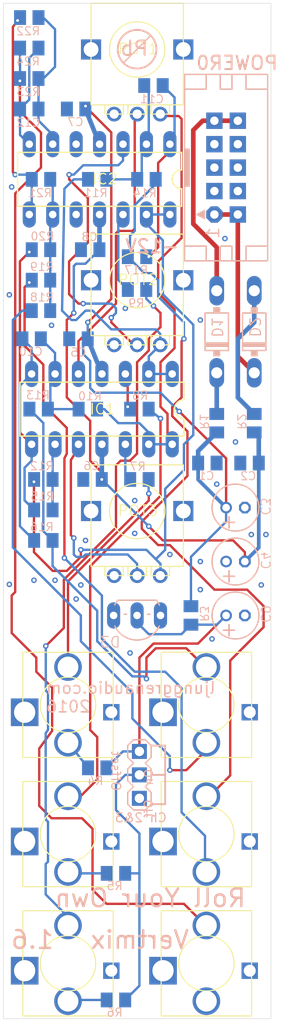
<source format=kicad_pcb>
(kicad_pcb (version 20240108) (generator "pcbnew") (generator_version "8.0")
  (layers (0 "F.Cu" signal) (31 "B.Cu" signal) (34 "B.Paste" user) (35 "F.Paste" user) (36 "B.SilkS" user "B.Silkscreen") (37 "F.SilkS" user "F.Silkscreen") (38 "B.Mask" user) (39 "F.Mask" user) (44 "Edge.Cuts" user))
  (net 0 "")
  (net 1 "N$1")
  (net 2 "N$2")
  (net 3 "+12V")
  (net 4 "-12V")
  (net 5 "0V")
  (net 6 "N$7")
  (net 7 "N$12")
  (net 8 "N$13")
  (net 9 "N$14")
  (net 10 "N$15")
  (net 11 "N$16")
  (net 12 "N$17")
  (net 13 "N$18")
  (net 14 "N$21")
  (net 15 "N$22")
  (net 16 "N$25")
  (net 17 "N$26")
  (net 18 "N$27")
  (net 19 "N$28")
  (net 20 "N$3")
  (net 21 "N$4")
  (net 22 "N$23")
  (net 23 "N$29")
  (net 24 "N$5")
  (net 25 "N$6")
  (net 26 "N$30")
  (net 27 "N$31")
  (net 28 "N$32")
  (net 29 "N$33")
  (net 30 "N$8")
  (net 31 "N$19")
  (net 32 "N$9")
  (net 33 "N$10")
  (net 34 "N$11")
  (net 35 "N$20")
  (net 36 "N$24")
  (net 37 "N$34")
  (net 38 "N$35")
  (net 39 "N$36")
  (footprint "3ch mix 1.6:ERTHENVAR" (layer "F.Cu") (at 156.0011 140.0036)
    (property "Reference" "OUT2" (hide yes))
    (property "Value" "ERTHENVAR_3.5MM_JACKHOLES" (hide yes))
  )
  (footprint "" (layer "F.Cu") (at 159.6631 53.0696)
    (property "Reference" "@HOLE2" (hide yes))
    (property "Value" "")
  )
  (footprint "3ch mix 1.6:POT-ALPHA9" (layer "F.Cu") (at 148.5011 55.0036)
    (property "Reference" "POT1")
    (property "Value" "22K")
  )
  (footprint "3ch mix 1.6:DIL14" (layer "F.Cu") (at 144.4231 69.0716 180)
    (property "Reference" "IC2")
    (property "Value" "TL084")
  )
  (footprint "3ch mix 1.6:ERTHENVAR" (layer "F.Cu") (at 156.0011 154.0036)
    (property "Reference" "OUT3" (hide yes))
    (property "Value" "ERTHENVAR_3.5MM_JACKHOLES" (hide yes))
  )
  (footprint "" (layer "F.Cu") (at 137.5651 116.5696)
    (property "Reference" "@HOLE3" (hide yes))
    (property "Value" "")
  )
  (footprint "3ch mix 1.6:POT-ALPHA9" (layer "F.Cu") (at 148.5011 105.0036)
    (property "Reference" "POT3")
    (property "Value" "22K")
  )
  (footprint "3ch mix 1.6:ERTHENVAR" (layer "F.Cu") (at 156.0011 126.0036)
    (property "Reference" "OUT1" (hide yes))
    (property "Value" "ERTHENVAR_3.5MM_JACKHOLES" (hide yes))
  )
  (footprint "3ch mix 1.6:POT-ALPHA9" (layer "F.Cu") (at 148.5011 80.0036)
    (property "Reference" "POT2")
    (property "Value" "22K")
  )
  (footprint "3ch mix 1.6:DIL14" (layer "F.Cu") (at 144.6771 93.9636 180)
    (property "Reference" "IC1")
    (property "Value" "TL084")
  )
  (footprint "" (layer "F.Cu") (at 156.0436 154.0346)
    (property "Reference" "@HOLE0" (hide yes))
    (property "Value" "")
  )
  (footprint "3ch mix 1.6:ERTHENVAR" (layer "F.Cu") (at 141.0011 140.0036)
    (property "Reference" "IN2" (hide yes))
    (property "Value" "ERTHENVAR_3.5MM_JACKHOLES" (hide yes))
  )
  (footprint "" (layer "F.Cu") (at 140.9941 154.0346)
    (property "Reference" "@HOLE1" (hide yes))
    (property "Value" "")
  )
  (footprint "3ch mix 1.6:ERTHENVAR" (layer "F.Cu") (at 141.0011 126.0036)
    (property "Reference" "IN1" (hide yes))
    (property "Value" "ERTHENVAR_3.5MM_JACKHOLES" (hide yes))
  )
  (footprint "3ch mix 1.6:ERTHENVAR" (layer "F.Cu") (at 141.0011 154.0036)
    (property "Reference" "IN3" (hide yes))
    (property "Value" "ERTHENVAR_3.5MM_JACKHOLES" (hide yes))
  )
  (footprint "3ch mix 1.6:C0805K" (layer "B.Cu") (at 149.5031 69.0716)
    (property "Reference" "R14")
    (property "Value" "22K")
  )
  (footprint "3ch mix 1.6:C0805K" (layer "B.Cu") (at 138.0731 76.6916)
    (property "Reference" "R20")
    (property "Value" "22K")
  )
  (footprint "3ch mix 1.6:C0805K" (layer "B.Cu") (at 138.0731 69.0716 180)
    (property "Reference" "R21")
    (property "Value" "22K")
  )
  (footprint "3ch mix 1.6:C0805K" (layer "B.Cu") (at 138.0731 79.9936)
    (property "Reference" "R19")
    (property "Value" "22K")
  )
  (footprint "3ch mix 1.6:C0805K" (layer "B.Cu") (at 146.2011 144.2556 180)
    (property "Reference" "R5")
    (property "Value" "22K")
  )
  (footprint "3ch mix 1.6:DO41-7" (layer "B.Cu") (at 161.1871 85.5816 90)
    (property "Reference" "D2")
    (property "Value" "1N5818")
  )
  (footprint "3ch mix 1.6:E2-5" (layer "B.Cu") (at 159.1551 116.3156)
    (property "Reference" "C9")
    (property "Value" "10uF")
  )
  (footprint "3ch mix 1.6:C0805K" (layer "B.Cu") (at 148.4871 81.0096 180)
    (property "Reference" "R9")
    (property "Value" "22K")
  )
  (footprint "3ch mix 1.6:C0805K" (layer "B.Cu") (at 136.8031 58.1496 180)
    (property "Reference" "R23")
    (property "Value" "22K")
  )
  (footprint "3ch mix 1.6:C0805K" (layer "B.Cu") (at 138.3271 104.8856 180)
    (property "Reference" "R15")
    (property "Value" "22K")
  )
  (footprint "3ch mix 1.6:C0805K" (layer "B.Cu") (at 141.8831 61.4516 180)
    (property "Reference" "C7")
    (property "Value" "100nF")
  )
  (footprint "3ch mix 1.6:C0805K" (layer "B.Cu") (at 138.3271 101.5836)
    (property "Reference" "R12")
    (property "Value" "22K")
  )
  (footprint "3ch mix 1.6:C0805K" (layer "B.Cu") (at 157.1231 95.4876 -90)
    (property "Reference" "R1")
    (property "Value" "10R")
  )
  (footprint "3ch mix 1.6:C0805K" (layer "B.Cu") (at 156.1071 99.8056)
    (property "Reference" "C1")
    (property "Value" "100nF")
  )
  (footprint "3ch mix 1.6:C0805K" (layer "B.Cu") (at 161.1871 95.4876 -90)
    (property "Reference" "R2")
    (property "Value" "10R")
  )
  (footprint "3ch mix 1.6:C0805K" (layer "B.Cu") (at 137.8191 93.9636 180)
    (property "Reference" "R13")
    (property "Value" "22K")
  )
  (footprint "3ch mix 1.6:C0805K" (layer "B.Cu") (at 144.1691 132.8256 180)
    (property "Reference" "R4")
    (property "Value" "22K")
  )
  (footprint "3ch mix 1.6:C0805K" (layer "B.Cu") (at 138.3271 108.1876)
    (property "Reference" "R16")
    (property "Value" "330R")
  )
  (footprint "3ch mix 1.6:C0805K" (layer "B.Cu") (at 142.1371 86.3436 180)
    (property "Reference" "C5")
    (property "Value" "100nF")
  )
  (footprint "3ch mix 1.6:C0805K" (layer "B.Cu") (at 148.4871 77.4536 180)
    (property "Reference" "R17")
    (property "Value" "330R")
  )
  (footprint "3ch mix 1.6:C0805K" (layer "B.Cu") (at 160.6791 99.8056)
    (property "Reference" "C2")
    (property "Value" "100nF")
  )
  (footprint "3ch mix 1.6:C0805K" (layer "B.Cu") (at 136.8031 61.4516 180)
    (property "Reference" "C12")
    (property "Value" "68pF")
  )
  (footprint "3ch mix 1.6:E2-5" (layer "B.Cu") (at 159.1551 110.4736)
    (property "Reference" "C4")
    (property "Value" "10uF")
  )
  (footprint "3ch mix 1.6:C0805K" (layer "B.Cu") (at 154.3291 116.3156 90)
    (property "Reference" "R3")
    (property "Value" "10K")
  )
  (footprint "3ch mix 1.6:C0805K" (layer "B.Cu") (at 150.2651 58.9116 180)
    (property "Reference" "C11")
    (property "Value" "68pF")
  )
  (footprint "3ch mix 1.6:E2-5" (layer "B.Cu") (at 159.1551 104.6316)
    (property "Reference" "C3")
    (property "Value" "10uF")
  )
  (footprint "3ch mix 1.6:C0805K" (layer "B.Cu") (at 138.0731 83.2956)
    (property "Reference" "R18")
    (property "Value" "22K")
  )
  (footprint "3ch mix 1.6:C0805K" (layer "B.Cu") (at 137.0571 86.3436)
    (property "Reference" "C10")
    (property "Value" "68pF")
  )
  (footprint "3ch mix 1.6:C0805K" (layer "B.Cu") (at 136.8031 51.5456)
    (property "Reference" "R22")
    (property "Value" "22K")
  )
  (footprint "3ch mix 1.6:C0805K" (layer "B.Cu") (at 143.6611 101.5836)
    (property "Reference" "C6")
    (property "Value" "100nF")
  )
  (footprint "3ch mix 1.6:C0805K" (layer "B.Cu") (at 148.7411 101.5836 180)
    (property "Reference" "R7")
    (property "Value" "22K")
  )
  (footprint "3ch mix 1.6:C0805K" (layer "B.Cu") (at 144.1691 69.0716)
    (property "Reference" "R11")
    (property "Value" "22K")
  )
  (footprint "3ch mix 1.6:C0805K" (layer "B.Cu") (at 148.7411 93.9636 180)
    (property "Reference" "R8")
    (property "Value" "22K")
  )
  (footprint "3ch mix 1.6:C0805K" (layer "B.Cu") (at 143.1531 93.9636 180)
    (property "Reference" "R10")
    (property "Value" "22K")
  )
  (footprint "3ch mix 1.6:C0805K" (layer "B.Cu") (at 146.2011 157.9716 180)
    (property "Reference" "R6")
    (property "Value" "22K")
  )
  (footprint "3ch mix 1.6:CON10L" (layer "B.Cu") (at 158.1391 67.8016 -90)
    (property "Reference" "POWER0")
    (property "Value" "")
  )
  (footprint "3ch mix 1.6:MA03-1" (layer "B.Cu") (at 148.7411 133.5876 90)
    (property "Reference" "JP1" (hide yes))
    (property "Value" "")
  )
  (footprint "3ch mix 1.6:DO41-7" (layer "B.Cu") (at 157.1231 85.5816 90)
    (property "Reference" "D1")
    (property "Value" "1N5818")
  )
  (footprint "3ch mix 1.6:C0805K" (layer "B.Cu") (at 136.8031 54.8476 180)
    (property "Reference" "R24")
    (property "Value" "330R")
  )
  (footprint "3ch mix 1.6:TO92-LINE" (layer "B.Cu") (at 148.4871 116.3156)
    (property "Reference" "D3")
    (property "Value" "LM4040 5V")
  )
  (footprint "3ch mix 1.6:C0805K" (layer "B.Cu") (at 143.4071 76.6916)
    (property "Reference" "C8")
    (property "Value" "100nF")
  )
  (gr_line (start 151.5351 130.4126) (end 151.5351 133.5876) (stroke (width 0.2)) (layer "B.SilkS"))
  (gr_line (start 151.5351 133.5876) (end 151.5351 136.7626) (stroke (width 0.2)) (layer "B.SilkS"))
  (gr_line (start 149.9476 53.5141) (end 147.0266 56.4351) (stroke (width 0.15)) (layer "B.SilkS"))
  (gr_circle (center 148.4871 54.9746) (end 150.581637 54.9746) (stroke (width 0.2)) (fill none) (layer "B.SilkS"))
  (gr_line (start 150.0746 130.4126) (end 151.5351 130.4126) (stroke (width 0.2)) (layer "B.SilkS"))
  (gr_line (start 151.5351 136.7626) (end 150.0746 136.7626) (stroke (width 0.2)) (layer "B.SilkS"))
  (gr_line (start 150.0746 133.5876) (end 151.5351 133.5876) (stroke (width 0.2)) (layer "B.SilkS"))
  (gr_line (start 134.0011 160.0036) (end 163.0011 160.0036) (stroke (width 0.05)) (layer "Edge.Cuts"))
  (gr_line (start 163.0011 160.0036) (end 163.0011 50.0036) (stroke (width 0.05)) (layer "Edge.Cuts"))
  (gr_line (start 163.0011 50.0036) (end 134.0011 50.0036) (stroke (width 0.05)) (layer "Edge.Cuts"))
  (gr_line (start 134.0011 50.0036) (end 134.0011 160.0036) (stroke (width 0.05)) (layer "Edge.Cuts"))
  (gr_text "Pb" (at 149.8206 55.8001 0) (layer "B.SilkS") (effects (font (size 1.56464 1.56464) (thickness 0.21336)) (justify left bottom mirror)))
  (gr_text "Vertmix" (at 154.2656 152.5741 0) (layer "B.SilkS") (effects (font (size 1.922272 1.922272) (thickness 0.262128)) (justify left bottom mirror)))
  (gr_text "Offset" (at 145.62122 135.409857 270) (layer "B.SilkS") (effects (font (size 0.968 0.968) (thickness 0.132)) (justify left bottom mirror)))
  (gr_text "1.6" (at 139.5971 152.5741 0) (layer "B.SilkS") (effects (font (size 1.922272 1.922272) (thickness 0.262128)) (justify left bottom mirror)))
  (gr_text "Off" (at 150.2651 136.1911 90) (layer "B.SilkS") (effects (font (size 0.89408 0.89408) (thickness 0.12192)) (justify left bottom mirror)))
  (gr_text "Roll Your Own" (at 160.4251 148.0656 0) (layer "B.SilkS") (effects (font (size 1.922272 1.922272) (thickness 0.262128)) (justify left bottom mirror)))
  (gr_text "Ch 2&3" (at 151.7891 138.7946 0) (layer "B.SilkS") (effects (font (size 0.968 0.968) (thickness 0.132)) (justify left bottom mirror)))
  (gr_text "ljunggrenaudio.com\n2016" (at 138.5176 126.9201 0) (layer "B.SilkS") (effects (font (size 1.251712 1.251712) (thickness 0.170688)) (justify right bottom mirror)))
  (gr_text "On" (at 150.2651 132.8891 90) (layer "B.SilkS") (effects (font (size 0.89408 0.89408) (thickness 0.12192)) (justify left bottom mirror)))
  (gr_text "-12V" (at 153.145662 77.170177 0) (layer "B.SilkS") (effects (font (size 1.441704 1.441704) (thickness 0.234696)) (justify left bottom mirror)))
  (segment (start 156.8691 62.7216) (end 155.5991 62.7216) (width 0.5) (layer "F.Cu") (net 1))
  (segment (start 157.1231 76.4376) (end 157.1231 81.1366) (width 0.5) (layer "F.Cu") (net 1))
  (segment (start 155.5991 62.7216) (end 154.5831 63.7376) (width 0.5) (layer "F.Cu") (net 1))
  (segment (start 154.5831 63.7376) (end 154.5831 73.8976) (width 0.5) (layer "F.Cu") (net 1))
  (segment (start 159.4091 62.7216) (end 156.8691 62.7216) (width 0.5) (layer "F.Cu") (net 1))
  (segment (start 154.5831 73.8976) (end 157.1231 76.4376) (width 0.5) (layer "F.Cu") (net 1))
  (segment (start 156.8691 72.8816) (end 159.4091 72.8816) (width 0.5) (layer "F.Cu") (net 2))
  (segment (start 159.4091 88.2486) (end 161.1871 90.0266) (width 0.5) (layer "F.Cu") (net 2))
  (segment (start 159.4091 72.8816) (end 159.4091 88.2486) (width 0.5) (layer "F.Cu") (net 2))
  (segment (start 143.1531 84.5656) (end 145.6931 82.0256) (width 0.254) (layer "F.Cu") (net 3))
  (segment (start 145.6931 82.0256) (end 145.6931 63.9916) (width 0.254) (layer "F.Cu") (net 3))
  (segment (start 158.1391 104.6316) (end 158.1391 99.2976) (width 0.254) (layer "F.Cu") (net 3))
  (segment (start 145.6931 63.9916) (end 142.8991 61.1976) (width 0.254) (layer "F.Cu") (net 3))
  (segment (start 142.8991 61.1976) (end 142.8991 61.1341) (width 0.254) (layer "F.Cu") (net 3))
  (segment (start 158.1391 99.2976) (end 153.0591 94.2176) (width 0.254) (layer "F.Cu") (net 3))
  (via (at 153.0591 94.2176) (size 0.6048) (drill 0.3) (layers "F.Cu" "B.Cu") (net 3))
  (via (at 142.8991 61.1341) (size 0.6048) (drill 0.3) (layers "F.Cu" "B.Cu") (net 3))
  (via (at 143.1531 84.5656) (size 0.6048) (drill 0.3) (layers "F.Cu" "B.Cu") (net 3))
  (segment (start 157.1231 96.4876) (end 155.1071 98.5036) (width 0.5) (layer "B.Cu") (net 3))
  (segment (start 143.1371 86.3436) (end 143.1371 84.5816) (width 0.254) (layer "B.Cu") (net 3))
  (segment (start 142.8831 61.2136) (end 142.8831 61.4516) (width 0.254) (layer "B.Cu") (net 3))
  (segment (start 155.1071 101.5996) (end 158.1391 104.6316) (width 0.4) (layer "B.Cu") (net 3))
  (segment (start 154.3291 109.9656) (end 158.1391 106.1556) (width 0.254) (layer "B.Cu") (net 3))
  (segment (start 158.1391 106.1556) (end 158.1391 104.6316) (width 0.254) (layer "B.Cu") (net 3))
  (segment (start 143.4071 91.6776) (end 143.4071 88.7566) (width 0.254) (layer "B.Cu") (net 3))
  (segment (start 155.1071 98.5036) (end 155.1071 99.8056) (width 0.5) (layer "B.Cu") (net 3))
  (segment (start 155.1071 99.8056) (end 155.1071 101.5996) (width 0.4) (layer "B.Cu") (net 3))
  (segment (start 153.0591 94.2176) (end 151.0271 92.1856) (width 0.254) (layer "B.Cu") (net 3))
  (segment (start 143.9151 92.1856) (end 143.4071 91.6776) (width 0.254) (layer "B.Cu") (net 3))
  (segment (start 142.8831 61.4516) (end 144.4231 65.2616) (width 0.5) (layer "B.Cu") (net 3))
  (segment (start 151.0271 92.1856) (end 143.9151 92.1856) (width 0.254) (layer "B.Cu") (net 3))
  (segment (start 143.1371 86.3436) (end 144.6771 90.1536) (width 0.5) (layer "B.Cu") (net 3))
  (segment (start 142.8991 61.1341) (end 142.8831 61.2136) (width 0.254) (layer "B.Cu") (net 3))
  (segment (start 154.3291 115.3156) (end 154.3291 109.9656) (width 0.254) (layer "B.Cu") (net 3))
  (segment (start 143.4071 88.7566) (end 142.6451 87.9946) (width 0.254) (layer "B.Cu") (net 3))
  (segment (start 143.1371 84.5816) (end 143.1531 84.5656) (width 0.254) (layer "B.Cu") (net 3))
  (segment (start 142.6451 87.9946) (end 142.6451 86.8356) (width 0.254) (layer "B.Cu") (net 3))
  (segment (start 142.6451 86.8356) (end 143.1371 86.3436) (width 0.254) (layer "B.Cu") (net 3))
  (segment (start 158.9011 108.1876) (end 151.2811 108.1876) (width 0.254) (layer "F.Cu") (net 4))
  (segment (start 140.8671 92.6936) (end 143.4071 95.2336) (width 0.254) (layer "F.Cu") (net 4))
  (segment (start 144.6611 100.8056) (end 144.6611 101.5836) (width 0.254) (layer "F.Cu") (net 4))
  (segment (start 143.4071 99.5516) (end 144.6611 100.8056) (width 0.254) (layer "F.Cu") (net 4))
  (segment (start 143.4071 95.2336) (end 143.4071 99.5516) (width 0.254) (layer "F.Cu") (net 4))
  (segment (start 141.6291 83.5496) (end 140.8671 84.3116) (width 0.254) (layer "F.Cu") (net 4))
  (segment (start 160.1711 109.4576) (end 158.9011 108.1876) (width 0.254) (layer "F.Cu") (net 4))
  (segment (start 151.2811 108.1876) (end 149.7571 106.6636) (width 0.254) (layer "F.Cu") (net 4))
  (segment (start 140.8671 84.3116) (end 140.8671 92.6936) (width 0.254) (layer "F.Cu") (net 4))
  (segment (start 160.1711 110.4736) (end 160.1711 109.4576) (width 0.254) (layer "F.Cu") (net 4))
  (via (at 149.7571 106.6636) (size 0.6048) (drill 0.3) (layers "F.Cu" "B.Cu") (net 4))
  (via (at 144.6611 101.5836) (size 0.6048) (drill 0.3) (layers "F.Cu" "B.Cu") (net 4))
  (via (at 141.6291 83.5496) (size 0.6048) (drill 0.3) (layers "F.Cu" "B.Cu") (net 4))
  (segment (start 144.6611 101.5836) (end 145.0421 101.9646) (width 0.254) (layer "B.Cu") (net 4))
  (segment (start 144.4071 76.6916) (end 142.8831 78.2156) (width 0.254) (layer "B.Cu") (net 4))
  (segment (start 141.8831 78.2156) (end 141.6291 78.4696) (width 0.254) (layer "B.Cu") (net 4))
  (segment (start 149.7571 106.6636) (end 145.0581 101.9646) (width 0.254) (layer "B.Cu") (net 4))
  (segment (start 141.6291 78.4696) (end 141.6291 83.5496) (width 0.254) (layer "B.Cu") (net 4))
  (segment (start 145.0421 101.9646) (end 145.0581 101.9646) (width 0.254) (layer "B.Cu") (net 4))
  (segment (start 161.6791 108.9656) (end 160.1711 110.4736) (width 0.4) (layer "B.Cu") (net 4))
  (segment (start 144.6611 101.5836) (end 144.6771 97.7736) (width 0.5) (layer "B.Cu") (net 4))
  (segment (start 144.6771 101.5836) (end 144.6611 101.5836) (width 0.254) (layer "B.Cu") (net 4))
  (segment (start 145.0581 101.9646) (end 144.6771 101.5836) (width 0.254) (layer "B.Cu") (net 4))
  (segment (start 142.8831 78.2156) (end 141.8831 78.2156) (width 0.254) (layer "B.Cu") (net 4))
  (segment (start 161.1871 96.4876) (end 161.6791 96.9796) (width 0.5) (layer "B.Cu") (net 4))
  (segment (start 161.6791 99.8056) (end 161.6791 108.9656) (width 0.4) (layer "B.Cu") (net 4))
  (segment (start 161.6791 96.9796) (end 161.6791 99.8056) (width 0.5) (layer "B.Cu") (net 4))
  (segment (start 144.4071 76.6916) (end 144.4231 72.8816) (width 0.5) (layer "B.Cu") (net 4))
  (via (at 142.8991 108.1876) (size 0.6048) (drill 0.3) (layers "F.Cu" "B.Cu") (net 5))
  (via (at 155.3451 113.5216) (size 0.6048) (drill 0.3) (layers "F.Cu" "B.Cu") (net 5))
  (via (at 159.1551 97.5196) (size 0.6048) (drill 0.3) (layers "F.Cu" "B.Cu") (net 5))
  (via (at 137.3111 112.5056) (size 0.6048) (drill 0.3) (layers "F.Cu" "B.Cu") (net 5))
  (via (at 134.8981 69.8971) (size 0.6048) (drill 0.3) (layers "F.Cu" "B.Cu") (net 5))
  (via (at 147.2171 83.0416) (size 0.6048) (drill 0.3) (layers "F.Cu" "B.Cu") (net 5))
  (via (at 152.0431 109.7116) (size 0.6048) (drill 0.3) (layers "F.Cu" "B.Cu") (net 5))
  (via (at 162.4571 107.5526) (size 0.6048) (drill 0.3) (layers "F.Cu" "B.Cu") (net 5))
  (via (at 134.6441 112.9501) (size 0.6048) (drill 0.3) (layers "F.Cu" "B.Cu") (net 5))
  (via (at 139.5971 112.5056) (size 0.6048) (drill 0.3) (layers "F.Cu" "B.Cu") (net 5))
  (via (at 139.2161 84.8831) (size 0.6048) (drill 0.3) (layers "F.Cu" "B.Cu") (net 5))
  (via (at 161.9491 113.0136) (size 0.6048) (drill 0.3) (layers "F.Cu" "B.Cu") (net 5))
  (via (at 156.6151 118.8556) (size 0.6048) (drill 0.3) (layers "F.Cu" "B.Cu") (net 5))
  (via (at 147.7251 120.3796) (size 0.6048) (drill 0.3) (layers "F.Cu" "B.Cu") (net 5))
  (via (at 142.3911 113.0136) (size 0.6048) (drill 0.3) (layers "F.Cu" "B.Cu") (net 5))
  (via (at 148.2331 107.4256) (size 0.6048) (drill 0.3) (layers "F.Cu" "B.Cu") (net 5))
  (via (at 134.6441 81.5811) (size 0.6048) (drill 0.3) (layers "F.Cu" "B.Cu") (net 5))
  (via (at 141.8831 114.5376) (size 0.6048) (drill 0.3) (layers "F.Cu" "B.Cu") (net 5))
  (via (at 155.3451 110.4736) (size 0.6048) (drill 0.3) (layers "F.Cu" "B.Cu") (net 5))
  (via (at 157.1231 102.0916) (size 0.6048) (drill 0.3) (layers "F.Cu" "B.Cu") (net 5))
  (via (at 148.2331 103.8696) (size 0.6048) (drill 0.3) (layers "F.Cu" "B.Cu") (net 5))
  (via (at 160.8696 107.5526) (size 0.6048) (drill 0.3) (layers "F.Cu" "B.Cu") (net 5))
  (via (at 158.0121 75.4851) (size 0.6048) (drill 0.3) (layers "F.Cu" "B.Cu") (net 5))
  (via (at 155.3451 84.3116) (size 0.6048) (drill 0.3) (layers "F.Cu" "B.Cu") (net 5))
  (segment (start 155.0911 119.3636) (end 158.1391 116.3156) (width 0.254) (layer "F.Cu") (net 6))
  (segment (start 148.7411 120.8876) (end 150.2651 119.3636) (width 0.254) (layer "F.Cu") (net 6))
  (segment (start 148.7411 131.0476) (end 148.7411 120.8876) (width 0.254) (layer "F.Cu") (net 6))
  (segment (start 150.2651 119.3636) (end 155.0911 119.3636) (width 0.254) (layer "F.Cu") (net 6))
  (segment (start 148.4871 116.3156) (end 148.4871 117.0776) (width 0.254) (layer "B.Cu") (net 6))
  (segment (start 146.9471 131.0476) (end 148.7411 131.0476) (width 0.254) (layer "B.Cu") (net 6))
  (segment (start 145.1691 132.8256) (end 146.9471 131.0476) (width 0.254) (layer "B.Cu") (net 6))
  (segment (start 157.1391 117.3156) (end 158.1391 116.3156) (width 0.254) (layer "B.Cu") (net 6))
  (segment (start 154.3291 117.3156) (end 157.1391 117.3156) (width 0.254) (layer "B.Cu") (net 6))
  (segment (start 153.2971 118.3476) (end 154.3291 117.3156) (width 0.254) (layer "B.Cu") (net 6))
  (segment (start 148.4871 117.0776) (end 149.7571 118.3476) (width 0.254) (layer "B.Cu") (net 6))
  (segment (start 149.7571 118.3476) (end 153.2971 118.3476) (width 0.254) (layer "B.Cu") (net 6))
  (segment (start 150.7731 81.3906) (end 152.5511 83.1686) (width 0.254) (layer "F.Cu") (net 7))
  (segment (start 152.5511 87.3596) (end 151.0271 88.8836) (width 0.254) (layer "F.Cu") (net 7))
  (segment (start 151.0271 93.7096) (end 151.7891 94.4716) (width 0.254) (layer "F.Cu") (net 7))
  (segment (start 152.9956 62.2136) (end 153.3131 62.5311) (width 0.254) (layer "F.Cu") (net 7))
  (segment (start 151.2111 62.2136) (end 152.9956 62.2136) (width 0.254) (layer "F.Cu") (net 7))
  (segment (start 153.3131 75.4216) (end 150.7731 77.9616) (width 0.254) (layer "F.Cu") (net 7))
  (segment (start 150.7731 77.9616) (end 150.7731 81.3906) (width 0.254) (layer "F.Cu") (net 7))
  (segment (start 151.7891 97.2656) (end 152.2971 97.7736) (width 0.254) (layer "F.Cu") (net 7))
  (segment (start 151.0011 62.0036) (end 151.2111 62.2136) (width 0.254) (layer "F.Cu") (net 7))
  (segment (start 152.5511 83.1686) (end 152.5511 87.3596) (width 0.254) (layer "F.Cu") (net 7))
  (segment (start 151.7891 94.4716) (end 151.7891 97.2656) (width 0.254) (layer "F.Cu") (net 7))
  (segment (start 153.3131 62.5311) (end 153.3131 75.4216) (width 0.254) (layer "F.Cu") (net 7))
  (segment (start 151.0271 88.8836) (end 151.0271 93.7096) (width 0.254) (layer "F.Cu") (net 7))
  (segment (start 146.4551 95.4876) (end 148.7411 95.4876) (width 0.254) (layer "B.Cu") (net 7))
  (segment (start 152.2971 97.7736) (end 149.7571 97.7736) (width 0.254) (layer "B.Cu") (net 7))
  (segment (start 144.9311 93.9636) (end 146.4551 95.4876) (width 0.254) (layer "B.Cu") (net 7))
  (segment (start 144.1531 93.9636) (end 144.9311 93.9636) (width 0.254) (layer "B.Cu") (net 7))
  (segment (start 148.7411 95.4876) (end 149.7571 96.5036) (width 0.254) (layer "B.Cu") (net 7))
  (segment (start 149.7571 96.5036) (end 149.7571 97.7736) (width 0.254) (layer "B.Cu") (net 7))
  (segment (start 149.7571 88.2476) (end 151.0011 87.0036) (width 0.254) (layer "B.Cu") (net 8))
  (segment (start 150.5191 85.3276) (end 145.6931 85.3276) (width 0.254) (layer "B.Cu") (net 8))
  (segment (start 141.6291 69.0716) (end 143.1691 69.0716) (width 0.254) (layer "B.Cu") (net 8))
  (segment (start 152.2971 90.1536) (end 149.7571 90.1536) (width 0.254) (layer "B.Cu") (net 8))
  (segment (start 151.0011 87.0036) (end 151.0011 85.8096) (width 0.254) (layer "B.Cu") (net 8))
  (segment (start 149.7571 90.1536) (end 149.7571 88.2476) (width 0.254) (layer "B.Cu") (net 8))
  (segment (start 141.8831 84.3116) (end 141.3751 84.3116) (width 0.254) (layer "B.Cu") (net 8))
  (segment (start 145.6931 85.3276) (end 143.6611 83.2956) (width 0.254) (layer "B.Cu") (net 8))
  (segment (start 143.6611 83.2956) (end 142.8991 83.2956) (width 0.254) (layer "B.Cu") (net 8))
  (segment (start 140.6131 70.0876) (end 141.6291 69.0716) (width 0.254) (layer "B.Cu") (net 8))
  (segment (start 151.0011 85.8096) (end 150.5191 85.3276) (width 0.254) (layer "B.Cu") (net 8))
  (segment (start 142.8991 83.2956) (end 141.8831 84.3116) (width 0.254) (layer "B.Cu") (net 8))
  (segment (start 141.3751 84.3116) (end 140.3591 83.2956) (width 0.254) (layer "B.Cu") (net 8))
  (segment (start 140.3591 83.2956) (end 140.6131 70.0876) (width 0.254) (layer "B.Cu") (net 8))
  (segment (start 142.3911 109.9656) (end 142.3911 109.2036) (width 0.254) (layer "F.Cu") (net 9))
  (segment (start 137.3111 109.4576) (end 139.3431 111.4896) (width 0.254) (layer "F.Cu") (net 9))
  (segment (start 140.8671 111.4896) (end 142.3911 109.9656) (width 0.254) (layer "F.Cu") (net 9))
  (segment (start 137.3111 101.8376) (end 137.3111 109.4576) (width 0.254) (layer "F.Cu") (net 9))
  (segment (start 139.3431 111.4896) (end 140.8671 111.4896) (width 0.254) (layer "F.Cu") (net 9))
  (via (at 137.3111 101.8376) (size 0.6048) (drill 0.3) (layers "F.Cu" "B.Cu") (net 9))
  (via (at 142.3911 109.2036) (size 0.6048) (drill 0.3) (layers "F.Cu" "B.Cu") (net 9))
  (segment (start 137.3271 101.8216) (end 137.3111 101.8376) (width 0.254) (layer "B.Cu") (net 9))
  (segment (start 137.3271 101.5836) (end 137.3271 101.8216) (width 0.254) (layer "B.Cu") (net 9))
  (segment (start 153.5671 97.7736) (end 153.5671 100.5676) (width 0.254) (layer "B.Cu") (net 9))
  (segment (start 149.5031 73.8976) (end 151.2811 75.6756) (width 0.254) (layer "B.Cu") (net 9))
  (segment (start 142.3911 109.2036) (end 149.5031 109.2036) (width 0.254) (layer "B.Cu") (net 9))
  (segment (start 151.2811 75.6756) (end 151.2811 81.5176) (width 0.254) (layer "B.Cu") (net 9))
  (segment (start 151.0271 110.7276) (end 151.0271 111.9776) (width 0.254) (layer "B.Cu") (net 9))
  (segment (start 151.0271 111.9776) (end 151.0011 112.0036) (width 0.254) (layer "B.Cu") (net 9))
  (segment (start 149.5031 109.2036) (end 150.5191 110.2196) (width 0.254) (layer "B.Cu") (net 9))
  (segment (start 150.5191 110.2196) (end 151.0271 110.7276) (width 0.254) (layer "B.Cu") (net 9))
  (segment (start 154.5831 84.8196) (end 154.5831 96.7576) (width 0.254) (layer "B.Cu") (net 9))
  (segment (start 152.0431 72.8816) (end 149.5031 72.8816) (width 0.254) (layer "B.Cu") (net 9))
  (segment (start 151.5351 109.2036) (end 150.5191 110.2196) (width 0.254) (layer "B.Cu") (net 9))
  (segment (start 151.5351 102.5996) (end 151.5351 109.2036) (width 0.254) (layer "B.Cu") (net 9))
  (segment (start 154.5831 96.7576) (end 153.5671 97.7736) (width 0.254) (layer "B.Cu") (net 9))
  (segment (start 151.2811 81.5176) (end 154.5831 84.8196) (width 0.254) (layer "B.Cu") (net 9))
  (segment (start 149.5031 72.8816) (end 149.5031 73.8976) (width 0.254) (layer "B.Cu") (net 9))
  (segment (start 153.5671 100.5676) (end 151.5351 102.5996) (width 0.254) (layer "B.Cu") (net 9))
  (segment (start 138.8191 93.9636) (end 142.1531 93.9636) (width 0.254) (layer "B.Cu") (net 10))
  (segment (start 139.0891 93.4556) (end 138.8191 93.7256) (width 0.254) (layer "B.Cu") (net 10))
  (segment (start 139.5971 87.8836) (end 139.5971 90.1536) (width 0.254) (layer "B.Cu") (net 10))
  (segment (start 138.0571 86.3436) (end 139.5971 87.8836) (width 0.254) (layer "B.Cu") (net 10))
  (segment (start 139.0891 90.6616) (end 139.0891 93.4556) (width 0.254) (layer "B.Cu") (net 10))
  (segment (start 139.5971 90.1536) (end 139.0891 90.6616) (width 0.254) (layer "B.Cu") (net 10))
  (segment (start 138.8191 93.7256) (end 138.8191 93.9636) (width 0.254) (layer "B.Cu") (net 10))
  (segment (start 142.1371 86.5976) (end 146.2011 82.5336) (width 0.254) (layer "F.Cu") (net 11))
  (segment (start 146.4551 74.6596) (end 146.2011 74.9136) (width 0.254) (layer "F.Cu") (net 11))
  (segment (start 147.9791 74.6596) (end 146.4551 74.6596) (width 0.254) (layer "F.Cu") (net 11))
  (segment (start 148.2331 74.4056) (end 147.9791 74.6596) (width 0.254) (layer "F.Cu") (net 11))
  (segment (start 142.1371 86.5976) (end 142.1371 90.1536) (width 0.254) (layer "F.Cu") (net 11))
  (segment (start 146.2011 74.9136) (end 146.2011 82.5336) (width 0.254) (layer "F.Cu") (net 11))
  (segment (start 148.5011 62.0036) (end 148.2331 62.2716) (width 0.254) (layer "F.Cu") (net 11))
  (segment (start 148.2331 62.2716) (end 148.2331 74.4056) (width 0.254) (layer "F.Cu") (net 11))
  (segment (start 145.6931 84.0576) (end 145.6931 84.5656) (width 0.254) (layer "F.Cu") (net 12))
  (segment (start 145.6931 84.5656) (end 147.9791 86.8516) (width 0.254) (layer "F.Cu") (net 12))
  (segment (start 141.1211 69.0716) (end 143.1531 71.1036) (width 0.254) (layer "F.Cu") (net 12))
  (segment (start 141.1211 81.5176) (end 142.1371 82.5336) (width 0.254) (layer "F.Cu") (net 12))
  (segment (start 143.1531 75.9296) (end 141.1211 77.9616) (width 0.254) (layer "F.Cu") (net 12))
  (segment (start 147.9791 86.8516) (end 148.3491 86.8516) (width 0.254) (layer "F.Cu") (net 12))
  (segment (start 141.1211 68.5636) (end 141.1211 69.0716) (width 0.254) (layer "F.Cu") (net 12))
  (segment (start 142.1371 82.5336) (end 142.6451 82.5336) (width 0.254) (layer "F.Cu") (net 12))
  (segment (start 141.1211 77.9616) (end 141.1211 81.5176) (width 0.254) (layer "F.Cu") (net 12))
  (segment (start 148.3491 86.8516) (end 148.5011 87.0036) (width 0.254) (layer "F.Cu") (net 12))
  (segment (start 143.1531 71.1036) (end 143.1531 75.9296) (width 0.254) (layer "F.Cu") (net 12))
  (via (at 141.1211 68.5636) (size 0.6048) (drill 0.3) (layers "F.Cu" "B.Cu") (net 12))
  (via (at 142.6451 82.5336) (size 0.6048) (drill 0.3) (layers "F.Cu" "B.Cu") (net 12))
  (via (at 145.6931 84.0576) (size 0.6048) (drill 0.3) (layers "F.Cu" "B.Cu") (net 12))
  (segment (start 142.6451 67.5476) (end 141.6291 68.5636) (width 0.254) (layer "B.Cu") (net 12))
  (segment (start 142.6451 82.5336) (end 145.6931 82.5336) (width 0.254) (layer "B.Cu") (net 12))
  (segment (start 146.9631 67.0396) (end 146.4551 67.5476) (width 0.254) (layer "B.Cu") (net 12))
  (segment (start 146.2011 83.0416) (end 146.2011 83.5496) (width 0.254) (layer "B.Cu") (net 12))
  (segment (start 146.9631 65.2616) (end 146.9631 67.0396) (width 0.254) (layer "B.Cu") (net 12))
  (segment (start 146.4551 67.5476) (end 142.6451 67.5476) (width 0.254) (layer "B.Cu") (net 12))
  (segment (start 146.2011 83.5496) (end 145.6931 84.0576) (width 0.254) (layer "B.Cu") (net 12))
  (segment (start 145.6931 82.5336) (end 146.2011 83.0416) (width 0.254) (layer "B.Cu") (net 12))
  (segment (start 141.6291 68.5636) (end 141.1211 68.5636) (width 0.254) (layer "B.Cu") (net 12))
  (segment (start 141.6291 107.9336) (end 141.3116 107.6161) (width 0.254) (layer "F.Cu") (net 13))
  (segment (start 142.1371 98.1546) (end 142.1371 97.7736) (width 0.254) (layer "F.Cu") (net 13))
  (segment (start 141.3116 107.6161) (end 141.3116 99.4881) (width 0.254) (layer "F.Cu") (net 13))
  (segment (start 141.3116 99.4881) (end 142.1371 98.1546) (width 0.254) (layer "F.Cu") (net 13))
  (via (at 141.6291 107.9336) (size 0.6048) (drill 0.3) (layers "F.Cu" "B.Cu") (net 13))
  (segment (start 142.8991 109.7116) (end 142.6451 109.9656) (width 0.254) (layer "B.Cu") (net 13))
  (segment (start 148.4871 110.7276) (end 147.4711 109.7116) (width 0.254) (layer "B.Cu") (net 13))
  (segment (start 148.4871 111.9896) (end 148.4871 110.7276) (width 0.254) (layer "B.Cu") (net 13))
  (segment (start 147.4711 109.7116) (end 142.8991 109.7116) (width 0.254) (layer "B.Cu") (net 13))
  (segment (start 141.8831 109.9656) (end 141.6291 109.7116) (width 0.254) (layer "B.Cu") (net 13))
  (segment (start 142.6451 109.9656) (end 141.8831 109.9656) (width 0.254) (layer "B.Cu") (net 13))
  (segment (start 148.5011 112.0036) (end 148.4871 111.9896) (width 0.254) (layer "B.Cu") (net 13))
  (segment (start 141.6291 109.7116) (end 141.6291 107.9336) (width 0.254) (layer "B.Cu") (net 13))
  (segment (start 148.5031 69.0556) (end 148.4871 69.0716) (width 0.254) (layer "B.Cu") (net 14))
  (segment (start 149.5031 65.2616) (end 148.9951 65.7696) (width 0.254) (layer "B.Cu") (net 14))
  (segment (start 149.7571 64.2456) (end 149.5031 64.4996) (width 0.254) (layer "B.Cu") (net 14))
  (segment (start 148.9951 68.5636) (end 148.5031 69.0556) (width 0.254) (layer "B.Cu") (net 14))
  (segment (start 148.4871 69.0716) (end 145.1691 69.0716) (width 0.254) (layer "B.Cu") (net 14))
  (segment (start 149.7571 59.4036) (end 149.7571 64.2456) (width 0.254) (layer "B.Cu") (net 14))
  (segment (start 149.5031 64.4996) (end 149.5031 65.2616) (width 0.254) (layer "B.Cu") (net 14))
  (segment (start 149.2651 58.9116) (end 149.7571 59.4036) (width 0.254) (layer "B.Cu") (net 14))
  (segment (start 148.5031 69.0556) (end 148.5031 69.0716) (width 0.254) (layer "B.Cu") (net 14))
  (segment (start 148.9951 65.7696) (end 148.9951 68.5636) (width 0.254) (layer "B.Cu") (net 14))
  (segment (start 139.3271 98.0436) (end 139.5971 97.7736) (width 0.254) (layer "B.Cu") (net 15))
  (segment (start 139.3271 104.8856) (end 139.3271 101.5836) (width 0.254) (layer "B.Cu") (net 15))
  (segment (start 139.3271 101.5836) (end 139.3271 98.0436) (width 0.254) (layer "B.Cu") (net 15))
  (segment (start 135.7871 77.9616) (end 135.7871 96.5036) (width 0.254) (layer "F.Cu") (net 16))
  (segment (start 135.7871 96.5036) (end 137.0571 97.7736) (width 0.254) (layer "F.Cu") (net 16))
  (segment (start 136.8031 76.9456) (end 135.7871 77.9616) (width 0.254) (layer "F.Cu") (net 16))
  (via (at 136.8031 76.9456) (size 0.6048) (drill 0.3) (layers "F.Cu" "B.Cu") (net 16))
  (segment (start 137.3271 104.8856) (end 136.2951 103.8536) (width 0.254) (layer "B.Cu") (net 16))
  (segment (start 137.0731 76.6916) (end 137.0571 76.6916) (width 0.254) (layer "B.Cu") (net 16))
  (segment (start 136.2951 100.3136) (end 137.0571 99.5516) (width 0.254) (layer "B.Cu") (net 16))
  (segment (start 137.0571 99.5516) (end 137.0571 97.7736) (width 0.254) (layer "B.Cu") (net 16))
  (segment (start 137.0571 76.6916) (end 136.8031 76.9456) (width 0.254) (layer "B.Cu") (net 16))
  (segment (start 136.2951 103.8536) (end 136.2951 100.3136) (width 0.254) (layer "B.Cu") (net 16))
  (segment (start 156.1071 130.7936) (end 156.1071 130.4256) (width 0.254) (layer "F.Cu") (net 17))
  (segment (start 152.0431 133.0796) (end 153.8211 133.0796) (width 0.254) (layer "F.Cu") (net 17))
  (segment (start 153.8211 133.0796) (end 156.1071 130.7936) (width 0.254) (layer "F.Cu") (net 17))
  (segment (start 156.1071 130.4256) (end 156.0011 130.1036) (width 0.254) (layer "F.Cu") (net 17))
  (via (at 152.0431 133.0796) (size 0.6048) (drill 0.3) (layers "F.Cu" "B.Cu") (net 17))
  (segment (start 137.0731 83.2956) (end 136.0411 83.2956) (width 0.254) (layer "B.Cu") (net 17))
  (segment (start 142.3911 119.1096) (end 147.9791 124.6976) (width 0.254) (layer "B.Cu") (net 17))
  (segment (start 135.0251 108.9496) (end 142.3911 116.3156) (width 0.254) (layer "B.Cu") (net 17))
  (segment (start 142.3911 116.3156) (end 142.3911 119.1096) (width 0.254) (layer "B.Cu") (net 17))
  (segment (start 136.0411 83.2956) (end 135.0251 84.3116) (width 0.254) (layer "B.Cu") (net 17))
  (segment (start 152.0431 131.5556) (end 152.0431 133.0796) (width 0.254) (layer "B.Cu") (net 17))
  (segment (start 135.0251 84.3116) (end 135.0251 108.9496) (width 0.254) (layer "B.Cu") (net 17))
  (segment (start 147.9791 124.6976) (end 147.9791 127.4916) (width 0.254) (layer "B.Cu") (net 17))
  (segment (start 147.9791 127.4916) (end 152.0431 131.5556) (width 0.254) (layer "B.Cu") (net 17))
  (segment (start 140.6131 99.2976) (end 140.6131 110.0926) (width 0.254) (layer "F.Cu") (net 18))
  (segment (start 136.2951 80.7556) (end 136.2951 87.1056) (width 0.254) (layer "F.Cu") (net 18))
  (segment (start 136.8031 80.2476) (end 136.2951 80.7556) (width 0.254) (layer "F.Cu") (net 18))
  (segment (start 138.3271 93.4556) (end 140.8671 95.9956) (width 0.254) (layer "F.Cu") (net 18))
  (segment (start 138.3271 89.1376) (end 138.3271 93.4556) (width 0.254) (layer "F.Cu") (net 18))
  (segment (start 136.2951 87.1056) (end 138.3271 89.1376) (width 0.254) (layer "F.Cu") (net 18))
  (segment (start 140.8671 95.9956) (end 140.8671 98.7896) (width 0.254) (layer "F.Cu") (net 18))
  (segment (start 140.8671 98.7896) (end 140.6131 99.2976) (width 0.254) (layer "F.Cu") (net 18))
  (via (at 140.6131 110.0926) (size 0.6048) (drill 0.3) (layers "F.Cu" "B.Cu") (net 18))
  (via (at 136.8031 80.2476) (size 0.6048) (drill 0.3) (layers "F.Cu" "B.Cu") (net 18))
  (segment (start 140.6131 110.0926) (end 144.6771 114.1566) (width 0.254) (layer "B.Cu") (net 18))
  (segment (start 153.3131 137.6516) (end 155.8531 140.1916) (width 0.254) (layer "B.Cu") (net 18))
  (segment (start 151.5351 122.4116) (end 153.3131 124.1896) (width 0.254) (layer "B.Cu") (net 18))
  (segment (start 144.6771 114.1566) (end 144.6771 118.8556) (width 0.254) (layer "B.Cu") (net 18))
  (segment (start 137.0731 79.9936) (end 137.0571 79.9936) (width 0.254) (layer "B.Cu") (net 18))
  (segment (start 144.6771 118.8556) (end 148.2331 122.4116) (width 0.254) (layer "B.Cu") (net 18))
  (segment (start 155.8531 143.9556) (end 156.0011 144.1036) (width 0.254) (layer "B.Cu") (net 18))
  (segment (start 137.0571 79.9936) (end 136.8031 80.2476) (width 0.254) (layer "B.Cu") (net 18))
  (segment (start 153.3131 124.1896) (end 153.3131 137.6516) (width 0.254) (layer "B.Cu") (net 18))
  (segment (start 148.2331 122.4116) (end 151.5351 122.4116) (width 0.254) (layer "B.Cu") (net 18))
  (segment (start 155.8531 140.1916) (end 155.8531 143.9556) (width 0.254) (layer "B.Cu") (net 18))
  (segment (start 139.0731 73.1516) (end 139.3431 72.8816) (width 0.254) (layer "B.Cu") (net 19))
  (segment (start 139.0731 83.2956) (end 139.0731 79.9936) (width 0.254) (layer "B.Cu") (net 19))
  (segment (start 139.0731 76.6916) (end 139.0731 73.1516) (width 0.254) (layer "B.Cu") (net 19))
  (segment (start 139.3431 72.8816) (end 139.3431 69.3416) (width 0.254) (layer "B.Cu") (net 19))
  (segment (start 139.3431 69.3416) (end 139.0731 69.0716) (width 0.254) (layer "B.Cu") (net 19))
  (segment (start 139.0731 79.9936) (end 139.0731 76.6916) (width 0.254) (layer "B.Cu") (net 19))
  (segment (start 135.0251 68.3096) (end 135.0251 52.5616) (width 0.254) (layer "F.Cu") (net 20))
  (segment (start 135.0251 52.5616) (end 135.5331 51.8631) (width 0.254) (layer "F.Cu") (net 20))
  (segment (start 135.2791 68.5636) (end 135.0251 68.3096) (width 0.254) (layer "F.Cu") (net 20))
  (via (at 135.5331 51.8631) (size 0.6048) (drill 0.3) (layers "F.Cu" "B.Cu") (net 20))
  (via (at 135.2791 68.5636) (size 0.6048) (drill 0.3) (layers "F.Cu" "B.Cu") (net 20))
  (segment (start 137.0731 69.0716) (end 137.0731 72.6116) (width 0.254) (layer "B.Cu") (net 20))
  (segment (start 137.0731 72.6116) (end 136.8031 72.8816) (width 0.254) (layer "B.Cu") (net 20))
  (segment (start 135.8031 51.7836) (end 135.8031 51.5456) (width 0.254) (layer "B.Cu") (net 20))
  (segment (start 135.5331 51.8156) (end 135.8031 51.5456) (width 0.254) (layer "B.Cu") (net 20))
  (segment (start 135.5331 51.8631) (end 135.5331 51.8156) (width 0.254) (layer "B.Cu") (net 20))
  (segment (start 136.5651 68.5636) (end 135.2791 68.5636) (width 0.254) (layer "B.Cu") (net 20))
  (segment (start 137.0731 69.0716) (end 136.5651 68.5636) (width 0.254) (layer "B.Cu") (net 20))
  (segment (start 139.5971 52.8156) (end 138.3271 51.5456) (width 0.254) (layer "B.Cu") (net 21))
  (segment (start 138.3271 51.5456) (end 137.8031 51.5456) (width 0.254) (layer "B.Cu") (net 21))
  (segment (start 138.3271 58.1496) (end 139.5971 56.8796) (width 0.254) (layer "B.Cu") (net 21))
  (segment (start 137.8031 61.4516) (end 137.8031 58.1496) (width 0.254) (layer "B.Cu") (net 21))
  (segment (start 137.8031 58.1496) (end 138.3271 58.1496) (width 0.254) (layer "B.Cu") (net 21))
  (segment (start 137.8031 62.7056) (end 137.8031 61.4516) (width 0.254) (layer "B.Cu") (net 21))
  (segment (start 139.3431 64.2456) (end 137.8031 62.7056) (width 0.254) (layer "B.Cu") (net 21))
  (segment (start 139.3431 65.2616) (end 139.3431 64.2456) (width 0.254) (layer "B.Cu") (net 21))
  (segment (start 139.5971 56.8796) (end 139.5971 52.8156) (width 0.254) (layer "B.Cu") (net 21))
  (segment (start 143.6611 139.4296) (end 143.6611 146.0336) (width 0.254) (layer "F.Cu") (net 22))
  (segment (start 139.2796 128.8251) (end 137.8826 130.7301) (width 0.254) (layer "F.Cu") (net 22))
  (segment (start 137.5651 122.4116) (end 139.2796 124.1261) (width 0.254) (layer "F.Cu") (net 22))
  (segment (start 138.0731 67.8016) (end 135.2791 70.5956) (width 0.254) (layer "F.Cu") (net 22))
  (segment (start 142.5181 138.2866) (end 143.6611 139.4296) (width 0.254) (layer "F.Cu") (net 22))
  (segment (start 139.2796 124.1261) (end 139.2796 128.8251) (width 0.254) (layer "F.Cu") (net 22))
  (segment (start 135.7871 61.7056) (end 138.0731 63.9916) (width 0.254) (layer "F.Cu") (net 22))
  (segment (start 154.8371 148.8276) (end 155.6251 149.5896) (width 0.254) (layer "F.Cu") (net 22))
  (segment (start 137.8826 130.7301) (end 137.8826 136.9531) (width 0.254) (layer "F.Cu") (net 22))
  (segment (start 137.5651 120.8876) (end 137.5651 122.4116) (width 0.254) (layer "F.Cu") (net 22))
  (segment (start 153.5671 147.5576) (end 154.8371 148.8276) (width 0.254) (layer "F.Cu") (net 22))
  (segment (start 145.1851 147.5576) (end 153.5671 147.5576) (width 0.254) (layer "F.Cu") (net 22))
  (segment (start 137.8826 136.9531) (end 139.2161 138.2866) (width 0.254) (layer "F.Cu") (net 22))
  (segment (start 155.6251 149.5896) (end 156.0011 149.9036) (width 0.254) (layer "F.Cu") (net 22))
  (segment (start 134.8981 114.1566) (end 134.8981 118.2206) (width 0.254) (layer "F.Cu") (net 22))
  (segment (start 135.2791 70.5956) (end 135.2791 113.7756) (width 0.254) (layer "F.Cu") (net 22))
  (segment (start 139.2161 138.2866) (end 142.5181 138.2866) (width 0.254) (layer "F.Cu") (net 22))
  (segment (start 135.7871 58.4036) (end 135.7871 61.7056) (width 0.254) (layer "F.Cu") (net 22))
  (segment (start 143.6611 146.0336) (end 145.1851 147.5576) (width 0.254) (layer "F.Cu") (net 22))
  (segment (start 135.2791 113.7756) (end 134.8981 114.1566) (width 0.254) (layer "F.Cu") (net 22))
  (segment (start 134.8981 118.2206) (end 137.5651 120.8876) (width 0.254) (layer "F.Cu") (net 22))
  (segment (start 138.0731 63.9916) (end 138.0731 67.8016) (width 0.254) (layer "F.Cu") (net 22))
  (via (at 135.7871 58.4036) (size 0.6048) (drill 0.3) (layers "F.Cu" "B.Cu") (net 22))
  (segment (start 135.7871 58.1656) (end 135.7871 58.4036) (width 0.254) (layer "B.Cu") (net 22))
  (segment (start 135.8031 54.8476) (end 135.8031 58.1496) (width 0.254) (layer "B.Cu") (net 22))
  (segment (start 135.8031 58.1496) (end 135.7871 58.1656) (width 0.254) (layer "B.Cu") (net 22))
  (segment (start 137.8031 54.8636) (end 137.8031 54.8476) (width 0.254) (layer "B.Cu") (net 23))
  (segment (start 136.8031 60.4356) (end 136.8031 55.9271) (width 0.254) (layer "B.Cu") (net 23))
  (segment (start 135.8031 61.4356) (end 136.8031 60.4356) (width 0.254) (layer "B.Cu") (net 23))
  (segment (start 135.8031 64.2616) (end 136.8031 65.2616) (width 0.254) (layer "B.Cu") (net 23))
  (segment (start 135.8031 61.4516) (end 135.8031 61.4356) (width 0.254) (layer "B.Cu") (net 23))
  (segment (start 135.8031 61.4516) (end 135.8031 64.2616) (width 0.254) (layer "B.Cu") (net 23))
  (segment (start 137.5016 55.2286) (end 137.8031 54.8636) (width 0.254) (layer "B.Cu") (net 23))
  (segment (start 136.8031 55.9271) (end 137.5016 55.2286) (width 0.254) (layer "B.Cu") (net 23))
  (segment (start 157.1231 90.0266) (end 157.1231 94.4876) (width 0.5) (layer "B.Cu") (net 24))
  (segment (start 159.4091 92.7096) (end 159.4091 86.3436) (width 0.5) (layer "B.Cu") (net 25))
  (segment (start 159.4091 86.3436) (end 161.1871 84.5656) (width 0.5) (layer "B.Cu") (net 25))
  (segment (start 161.1871 94.4876) (end 159.4091 92.7096) (width 0.5) (layer "B.Cu") (net 25))
  (segment (start 161.1871 84.5656) (end 161.1871 81.1366) (width 0.5) (layer "B.Cu") (net 25))
  (segment (start 141.3751 130.5396) (end 141.2891 130.2856) (width 0.254) (layer "B.Cu") (net 26))
  (segment (start 141.2891 130.2856) (end 141.0011 130.1036) (width 0.254) (layer "B.Cu") (net 26))
  (segment (start 143.1691 132.8256) (end 141.3911 130.5556) (width 0.254) (layer "B.Cu") (net 26))
  (segment (start 141.3911 130.5556) (end 141.3751 130.5396) (width 0.254) (layer "B.Cu") (net 26))
  (segment (start 141.4451 144.2556) (end 141.0011 144.1036) (width 0.254) (layer "B.Cu") (net 27))
  (segment (start 145.2011 144.2556) (end 141.4451 144.2556) (width 0.254) (layer "B.Cu") (net 27))
  (segment (start 145.2011 157.9716) (end 141.6691 157.9716) (width 0.254) (layer "B.Cu") (net 28))
  (segment (start 141.6691 157.9716) (end 141.0011 158.1036) (width 0.254) (layer "B.Cu") (net 28))
  (segment (start 148.7411 139.9376) (end 146.2011 137.3976) (width 0.254) (layer "B.Cu") (net 29))
  (segment (start 147.2171 133.5876) (end 148.7411 133.5876) (width 0.254) (layer "B.Cu") (net 29))
  (segment (start 146.2011 134.6036) (end 147.2171 133.5876) (width 0.254) (layer "B.Cu") (net 29))
  (segment (start 148.7411 144.2556) (end 148.7411 139.9376) (width 0.254) (layer "B.Cu") (net 29))
  (segment (start 148.7411 156.4316) (end 148.7411 144.2556) (width 0.254) (layer "B.Cu") (net 29))
  (segment (start 146.2011 137.3976) (end 146.2011 134.6036) (width 0.254) (layer "B.Cu") (net 29))
  (segment (start 147.2011 157.9716) (end 148.7411 156.4316) (width 0.254) (layer "B.Cu") (net 29))
  (segment (start 147.2011 144.2556) (end 148.7411 144.2556) (width 0.254) (layer "B.Cu") (net 29))
  (segment (start 150.5191 119.8716) (end 153.8211 119.8716) (width 0.254) (layer "F.Cu") (net 30))
  (segment (start 154.8371 120.8876) (end 155.6851 121.6496) (width 0.254) (layer "F.Cu") (net 30))
  (segment (start 149.5031 120.8876) (end 150.5191 119.8716) (width 0.254) (layer "F.Cu") (net 30))
  (segment (start 153.8211 119.8716) (end 154.8371 120.8876) (width 0.254) (layer "F.Cu") (net 30))
  (segment (start 149.5031 123.1736) (end 149.5031 120.8876) (width 0.254) (layer "F.Cu") (net 30))
  (segment (start 155.6851 121.6496) (end 156.0011 121.9036) (width 0.254) (layer "F.Cu") (net 30))
  (via (at 149.5031 123.1736) (size 0.6048) (drill 0.3) (layers "F.Cu" "B.Cu") (net 30))
  (segment (start 139.3271 108.1876) (end 139.3271 110.9656) (width 0.254) (layer "B.Cu") (net 30))
  (segment (start 136.8191 93.9636) (end 138.3271 95.4716) (width 0.254) (layer "B.Cu") (net 30))
  (segment (start 138.3271 95.4716) (end 138.3271 107.1876) (width 0.254) (layer "B.Cu") (net 30))
  (segment (start 144.1691 115.8076) (end 144.1691 119.1096) (width 0.254) (layer "B.Cu") (net 30))
  (segment (start 147.9791 122.9196) (end 149.2491 122.9196) (width 0.254) (layer "B.Cu") (net 30))
  (segment (start 139.3271 110.9656) (end 144.1691 115.8076) (width 0.254) (layer "B.Cu") (net 30))
  (segment (start 149.2491 122.9196) (end 149.5031 123.1736) (width 0.254) (layer "B.Cu") (net 30))
  (segment (start 144.1691 119.1096) (end 147.9791 122.9196) (width 0.254) (layer "B.Cu") (net 30))
  (segment (start 138.3271 107.1876) (end 139.3271 108.1876) (width 0.254) (layer "B.Cu") (net 30))
  (segment (start 158.5836 121.2051) (end 158.5836 133.6511) (width 0.254) (layer "F.Cu") (net 31))
  (segment (start 156.8691 113.5216) (end 160.4251 113.5216) (width 0.254) (layer "F.Cu") (net 31))
  (segment (start 153.3131 86.5976) (end 153.3131 92.6936) (width 0.254) (layer "F.Cu") (net 31))
  (segment (start 158.5836 133.6511) (end 157.0311 135.2036) (width 0.254) (layer "F.Cu") (net 31))
  (segment (start 153.3131 92.6936) (end 152.2971 93.7096) (width 0.254) (layer "F.Cu") (net 31))
  (segment (start 148.9951 106.1556) (end 148.9951 106.9176) (width 0.254) (layer "F.Cu") (net 31))
  (segment (start 152.2971 93.7096) (end 152.2971 94.7256) (width 0.254) (layer "F.Cu") (net 31))
  (segment (start 148.9951 106.9176) (end 150.7731 108.6956) (width 0.254) (layer "F.Cu") (net 31))
  (segment (start 157.0311 135.2036) (end 156.0011 135.9036) (width 0.254) (layer "F.Cu") (net 31))
  (segment (start 153.9481 96.3766) (end 153.9481 101.2026) (width 0.254) (layer "F.Cu") (net 31))
  (segment (start 152.0431 108.6956) (end 156.8691 113.5216) (width 0.254) (layer "F.Cu") (net 31))
  (segment (start 162.2031 117.5856) (end 158.5836 121.2051) (width 0.254) (layer "F.Cu") (net 31))
  (segment (start 150.7731 108.6956) (end 152.0431 108.6956) (width 0.254) (layer "F.Cu") (net 31))
  (segment (start 153.5671 86.3436) (end 153.3131 86.5976) (width 0.254) (layer "F.Cu") (net 31))
  (segment (start 160.4251 113.5216) (end 162.2031 115.2996) (width 0.254) (layer "F.Cu") (net 31))
  (segment (start 162.2031 115.2996) (end 162.2031 117.5856) (width 0.254) (layer "F.Cu") (net 31))
  (segment (start 152.2971 94.7256) (end 153.9481 96.3766) (width 0.254) (layer "F.Cu") (net 31))
  (segment (start 153.9481 101.2026) (end 148.9951 106.1556) (width 0.254) (layer "F.Cu") (net 31))
  (via (at 153.5671 86.3436) (size 0.6048) (drill 0.3) (layers "F.Cu" "B.Cu") (net 31))
  (segment (start 150.7731 79.9936) (end 150.7731 81.7716) (width 0.254) (layer "B.Cu") (net 31))
  (segment (start 153.5671 84.5656) (end 153.5671 86.3436) (width 0.254) (layer "B.Cu") (net 31))
  (segment (start 148.2331 71.8656) (end 150.5031 69.5956) (width 0.254) (layer "B.Cu") (net 31))
  (segment (start 147.4871 77.4536) (end 149.2651 79.2316) (width 0.254) (layer "B.Cu") (net 31))
  (segment (start 150.0111 79.2316) (end 150.7731 79.9936) (width 0.254) (layer "B.Cu") (net 31))
  (segment (start 150.5031 69.5956) (end 150.5031 69.0716) (width 0.254) (layer "B.Cu") (net 31))
  (segment (start 147.7251 77.2156) (end 147.7251 75.1676) (width 0.254) (layer "B.Cu") (net 31))
  (segment (start 147.4871 77.4536) (end 147.7251 77.2156) (width 0.254) (layer "B.Cu") (net 31))
  (segment (start 147.7251 75.1676) (end 148.2331 74.6596) (width 0.254) (layer "B.Cu") (net 31))
  (segment (start 149.2651 79.2316) (end 150.0111 79.2316) (width 0.254) (layer "B.Cu") (net 31))
  (segment (start 148.2331 74.6596) (end 148.2331 71.8656) (width 0.254) (layer "B.Cu") (net 31))
  (segment (start 150.7731 81.7716) (end 153.5671 84.5656) (width 0.254) (layer "B.Cu") (net 31))
  (segment (start 147.2171 101.0596) (end 147.2171 97.7736) (width 0.254) (layer "B.Cu") (net 32))
  (segment (start 147.7411 101.5836) (end 147.2171 101.0596) (width 0.254) (layer "B.Cu") (net 32))
  (segment (start 147.4711 93.7096) (end 147.4711 90.4076) (width 0.254) (layer "F.Cu") (net 33))
  (segment (start 147.4711 90.4076) (end 147.2171 90.1536) (width 0.254) (layer "F.Cu") (net 33))
  (via (at 147.4711 93.7096) (size 0.6048) (drill 0.3) (layers "F.Cu" "B.Cu") (net 33))
  (segment (start 147.7411 93.9636) (end 147.7251 93.9636) (width 0.254) (layer "B.Cu") (net 33))
  (segment (start 147.7251 93.9636) (end 147.4711 93.7096) (width 0.254) (layer "B.Cu") (net 33))
  (segment (start 146.4551 79.9776) (end 146.4551 73.8976) (width 0.254) (layer "B.Cu") (net 34))
  (segment (start 146.4551 73.8976) (end 146.9631 73.3896) (width 0.254) (layer "B.Cu") (net 34))
  (segment (start 146.9631 73.3896) (end 146.9631 72.8816) (width 0.254) (layer "B.Cu") (net 34))
  (segment (start 147.4871 81.0096) (end 146.4551 79.9776) (width 0.254) (layer "B.Cu") (net 34))
  (segment (start 141.0011 112.6256) (end 149.7571 103.8696) (width 0.254) (layer "F.Cu") (net 35))
  (segment (start 149.7571 103.8696) (end 149.7571 103.1076) (width 0.254) (layer "F.Cu") (net 35))
  (segment (start 141.0011 121.9036) (end 141.0011 112.6256) (width 0.254) (layer "F.Cu") (net 35))
  (via (at 149.7571 103.1076) (size 0.6048) (drill 0.3) (layers "F.Cu" "B.Cu") (net 35))
  (segment (start 149.7411 103.0916) (end 149.7411 101.5836) (width 0.254) (layer "B.Cu") (net 35))
  (segment (start 149.7571 103.1076) (end 149.7411 103.0916) (width 0.254) (layer "B.Cu") (net 35))
  (segment (start 143.4071 110.9816) (end 151.0271 103.3616) (width 0.254) (layer "F.Cu") (net 36))
  (segment (start 144.1691 134.0956) (end 142.3611 135.9036) (width 0.254) (layer "F.Cu") (net 36))
  (segment (start 144.1691 129.4956) (end 144.1691 134.0956) (width 0.254) (layer "F.Cu") (net 36))
  (segment (start 151.0271 103.3616) (end 151.0271 94.9796) (width 0.254) (layer "F.Cu") (net 36))
  (segment (start 142.3611 135.9036) (end 141.0011 135.9036) (width 0.254) (layer "F.Cu") (net 36))
  (segment (start 143.4071 128.7336) (end 143.4071 110.9816) (width 0.254) (layer "F.Cu") (net 36))
  (segment (start 143.4071 128.7336) (end 144.1691 129.4956) (width 0.254) (layer "F.Cu") (net 36))
  (via (at 151.0271 94.9796) (size 0.6048) (drill 0.3) (layers "F.Cu" "B.Cu") (net 36))
  (segment (start 151.0271 94.9796) (end 151.0111 94.9796) (width 0.254) (layer "B.Cu") (net 36))
  (segment (start 151.0111 94.9796) (end 149.7411 93.9636) (width 0.254) (layer "B.Cu") (net 36))
  (segment (start 147.7251 99.5516) (end 148.4871 98.7896) (width 0.254) (layer "F.Cu") (net 37))
  (segment (start 148.4871 98.7896) (end 148.4871 88.8836) (width 0.254) (layer "F.Cu") (net 37))
  (segment (start 146.7091 99.5516) (end 147.7251 99.5516) (width 0.254) (layer "F.Cu") (net 37))
  (segment (start 140.5496 112.4421) (end 146.2011 106.7906) (width 0.254) (layer "F.Cu") (net 37))
  (segment (start 140.5496 117.6731) (end 140.5496 112.4421) (width 0.254) (layer "F.Cu") (net 37))
  (segment (start 138.5931 119.6296) (end 140.5496 117.6731) (width 0.254) (layer "F.Cu") (net 37))
  (segment (start 149.7571 86.3436) (end 151.0271 85.0736) (width 0.254) (layer "F.Cu") (net 37))
  (segment (start 151.0271 85.0736) (end 151.0271 83.5496) (width 0.254) (layer "F.Cu") (net 37))
  (segment (start 151.0271 83.5496) (end 150.2651 82.7876) (width 0.254) (layer "F.Cu") (net 37))
  (segment (start 146.2011 100.0596) (end 146.7091 99.5516) (width 0.254) (layer "F.Cu") (net 37))
  (segment (start 149.7571 87.6136) (end 149.7571 86.3436) (width 0.254) (layer "F.Cu") (net 37))
  (segment (start 138.5931 119.6296) (end 138.5811 119.6176) (width 0.254) (layer "F.Cu") (net 37))
  (segment (start 146.2011 106.7906) (end 146.2011 100.0596) (width 0.254) (layer "F.Cu") (net 37))
  (segment (start 148.4871 88.8836) (end 149.7571 87.6136) (width 0.254) (layer "F.Cu") (net 37))
  (via (at 150.2651 82.7876) (size 0.6048) (drill 0.3) (layers "F.Cu" "B.Cu") (net 37))
  (via (at 138.5931 119.6296) (size 0.6048) (drill 0.3) (layers "F.Cu" "B.Cu") (net 37))
  (segment (start 138.8351 128.6981) (end 138.5811 129.0791) (width 0.254) (layer "B.Cu") (net 37))
  (segment (start 150.2651 82.7876) (end 149.4871 82.0096) (width 0.254) (layer "B.Cu") (net 37))
  (segment (start 138.5811 143.2396) (end 138.5811 146.5416) (width 0.254) (layer "B.Cu") (net 37))
  (segment (start 138.5811 146.5416) (end 140.8671 148.8276) (width 0.254) (layer "B.Cu") (net 37))
  (segment (start 138.5811 138.4136) (end 138.8351 138.6676) (width 0.254) (layer "B.Cu") (net 37))
  (segment (start 138.8351 138.6676) (end 138.8351 142.9856) (width 0.254) (layer "B.Cu") (net 37))
  (segment (start 138.5931 124.4556) (end 138.8351 124.6976) (width 0.254) (layer "B.Cu") (net 37))
  (segment (start 138.5811 129.0791) (end 138.5811 138.4136) (width 0.254) (layer "B.Cu") (net 37))
  (segment (start 138.8351 142.9856) (end 138.5811 143.2396) (width 0.254) (layer "B.Cu") (net 37))
  (segment (start 140.8671 149.7696) (end 141.0011 149.9036) (width 0.254) (layer "B.Cu") (net 37))
  (segment (start 138.8351 124.6976) (end 138.8351 128.6981) (width 0.254) (layer "B.Cu") (net 37))
  (segment (start 140.8671 148.8276) (end 140.8671 149.7696) (width 0.254) (layer "B.Cu") (net 37))
  (segment (start 149.4871 82.0096) (end 149.4871 81.0096) (width 0.254) (layer "B.Cu") (net 37))
  (segment (start 138.5931 119.6296) (end 138.5931 124.4556) (width 0.254) (layer "B.Cu") (net 37))
  (segment (start 135.7871 91.4236) (end 137.0571 90.1536) (width 0.254) (layer "B.Cu") (net 38))
  (segment (start 137.3271 108.1876) (end 135.7871 106.6476) (width 0.254) (layer "B.Cu") (net 38))
  (segment (start 136.0571 86.3436) (end 137.0571 87.3436) (width 0.254) (layer "B.Cu") (net 38))
  (segment (start 135.7871 106.6476) (end 135.7871 91.4236) (width 0.254) (layer "B.Cu") (net 38))
  (segment (start 137.0571 87.3436) (end 137.0571 90.1536) (width 0.254) (layer "B.Cu") (net 38))
  (segment (start 150.7731 76.4376) (end 150.7731 67.2936) (width 0.254) (layer "F.Cu") (net 39))
  (segment (start 149.7571 77.4536) (end 150.7731 76.4376) (width 0.254) (layer "F.Cu") (net 39))
  (segment (start 150.7731 67.2936) (end 152.0431 66.0236) (width 0.254) (layer "F.Cu") (net 39))
  (segment (start 152.0431 66.0236) (end 152.0431 65.2616) (width 0.254) (layer "F.Cu") (net 39))
  (via (at 149.7571 77.4536) (size 0.6048) (drill 0.3) (layers "F.Cu" "B.Cu") (net 39))
  (segment (start 149.4871 77.4536) (end 149.7571 77.4536) (width 0.254) (layer "B.Cu") (net 39))
  (segment (start 152.5511 60.1976) (end 152.5511 64.4996) (width 0.254) (layer "B.Cu") (net 39))
  (segment (start 151.2651 58.9116) (end 152.5511 60.1976) (width 0.254) (layer "B.Cu") (net 39))
  (segment (start 152.5511 64.4996) (end 152.0431 65.0076) (width 0.254) (layer "B.Cu") (net 39))
  (segment (start 152.0431 65.0076) (end 152.0431 65.2616) (width 0.254) (layer "B.Cu") (net 39))
)
</source>
